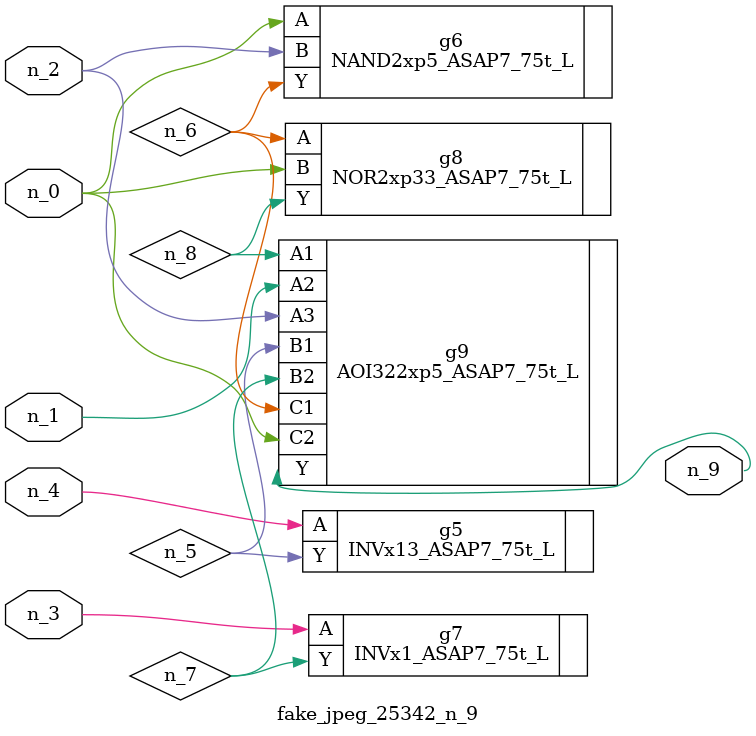
<source format=v>
module fake_jpeg_25342_n_9 (n_3, n_2, n_1, n_0, n_4, n_9);

input n_3;
input n_2;
input n_1;
input n_0;
input n_4;

output n_9;

wire n_8;
wire n_6;
wire n_5;
wire n_7;

INVx13_ASAP7_75t_L g5 ( 
.A(n_4),
.Y(n_5)
);

NAND2xp5_ASAP7_75t_L g6 ( 
.A(n_0),
.B(n_2),
.Y(n_6)
);

INVx1_ASAP7_75t_L g7 ( 
.A(n_3),
.Y(n_7)
);

NOR2xp33_ASAP7_75t_L g8 ( 
.A(n_6),
.B(n_0),
.Y(n_8)
);

AOI322xp5_ASAP7_75t_L g9 ( 
.A1(n_8),
.A2(n_1),
.A3(n_2),
.B1(n_5),
.B2(n_7),
.C1(n_6),
.C2(n_0),
.Y(n_9)
);


endmodule
</source>
